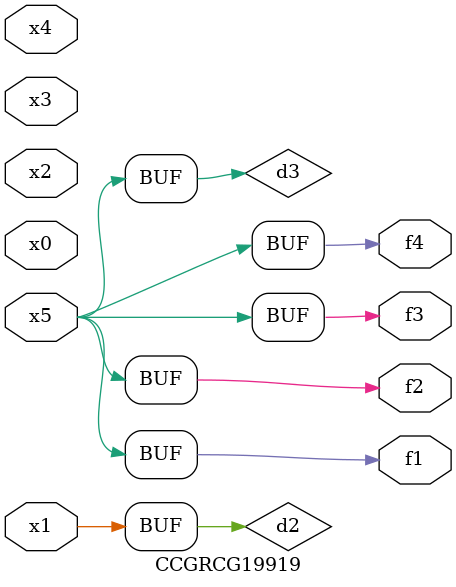
<source format=v>
module CCGRCG19919(
	input x0, x1, x2, x3, x4, x5,
	output f1, f2, f3, f4
);

	wire d1, d2, d3;

	not (d1, x5);
	or (d2, x1);
	xnor (d3, d1);
	assign f1 = d3;
	assign f2 = d3;
	assign f3 = d3;
	assign f4 = d3;
endmodule

</source>
